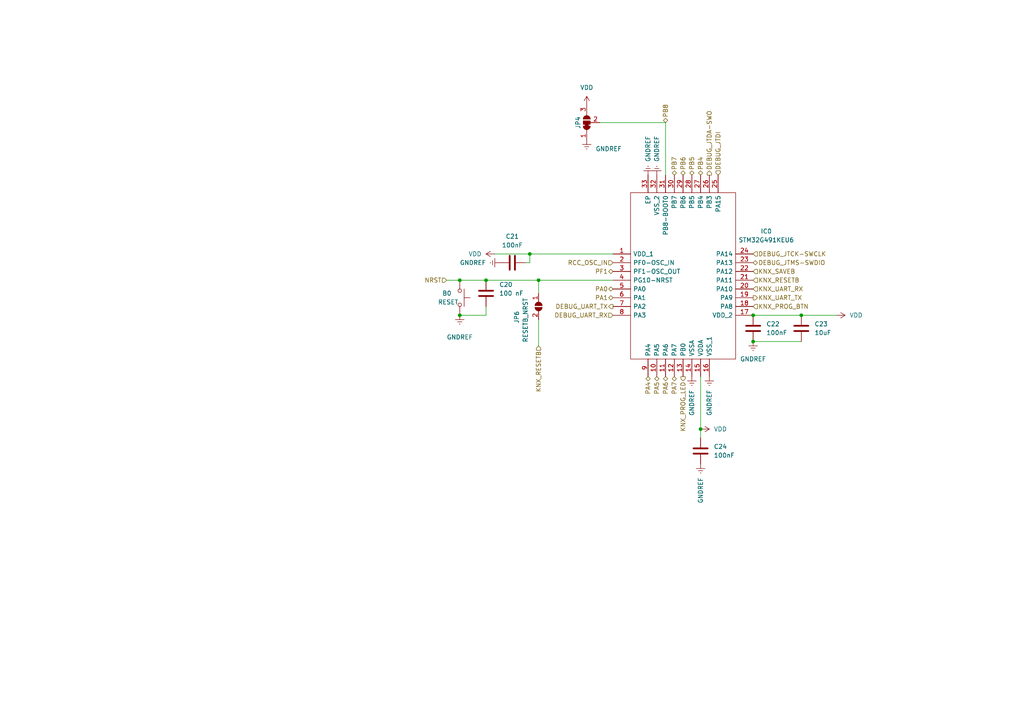
<source format=kicad_sch>
(kicad_sch (version 20211123) (generator eeschema)
  (paper "A4")
  (lib_symbols
    (symbol "Device:C" (pin_numbers hide) (pin_names (offset 0.254))
      (property "Reference" "C" (at 0.635 2.54 0))
      (property "Value" "C" (at 0.635 -2.54 0))
      (symbol "C_0_1"
        (polyline (pts (xy -2.032 -0.762) (xy 2.032 -0.762)) (stroke (width 0.508)))
        (polyline (pts (xy -2.032 0.762) (xy 2.032 0.762)) (stroke (width 0.508)))
      )
      (symbol "C_1_1"
        (pin passive line (at 0 3.81 270) (length 2.794) (name "~") (number "1"))
        (pin passive line (at 0 -3.81 90) (length 2.794) (name "~") (number "2"))
      )
    )
    (symbol "Jumper:SolderJumper_2_Open" (pin_names (offset 0) hide)
      (property "Reference" "JP" (at 0 2.032 0))
      (property "Value" "SolderJumper_2_Open" (at 0 -2.54 0))
      (symbol "SolderJumper_2_Open_0_1"
        (arc (start -0.254 1.016) (mid -1.27 0) (end -0.254 -1.016))
        (arc (start -0.254 1.016) (mid -1.27 0) (end -0.254 -1.016) (fill (type outline)))
        (polyline (pts (xy -0.254 1.016) (xy -0.254 -1.016)))
        (polyline (pts (xy 0.254 1.016) (xy 0.254 -1.016)))
        (arc (start 0.254 -1.016) (mid 1.27 0) (end 0.254 1.016))
        (arc (start 0.254 -1.016) (mid 1.27 0) (end 0.254 1.016) (fill (type outline)))
      )
      (symbol "SolderJumper_2_Open_1_1"
        (pin passive line (at -3.81 0 0) (length 2.54) (name "A") (number "1"))
        (pin passive line (at 3.81 0 180) (length 2.54) (name "B") (number "2"))
      )
    )
    (symbol "Jumper:SolderJumper_3_Bridged12" (pin_names (offset 0) hide)
      (property "Reference" "JP" (at -2.54 -2.54 0))
      (property "Value" "SolderJumper_3_Bridged12" (at 0 2.794 0))
      (symbol "SolderJumper_3_Bridged12_0_1"
        (rectangle (start -1.016 0.508) (end -0.508 -0.508) (fill (type outline)))
        (arc (start -1.016 1.016) (mid -2.032 0) (end -1.016 -1.016))
        (arc (start -1.016 1.016) (mid -2.032 0) (end -1.016 -1.016) (fill (type outline)))
        (rectangle (start -0.508 1.016) (end 0.508 -1.016) (fill (type outline)))
        (polyline (pts (xy -2.54 0) (xy -2.032 0)))
        (polyline (pts (xy -1.016 1.016) (xy -1.016 -1.016)))
        (polyline (pts (xy 0 -1.27) (xy 0 -1.016)))
        (polyline (pts (xy 1.016 1.016) (xy 1.016 -1.016)))
        (polyline (pts (xy 2.54 0) (xy 2.032 0)))
        (arc (start 1.016 -1.016) (mid 2.032 0) (end 1.016 1.016))
        (arc (start 1.016 -1.016) (mid 2.032 0) (end 1.016 1.016) (fill (type outline)))
      )
      (symbol "SolderJumper_3_Bridged12_1_1"
        (pin passive line (at -5.08 0 0) (length 2.54) (name "A") (number "1"))
        (pin passive line (at 0 -3.81 90) (length 2.54) (name "C") (number "2"))
        (pin passive line (at 5.08 0 180) (length 2.54) (name "B") (number "3"))
      )
    )
    (symbol "STM32G491KEU6:STM32G491KEU6" (pin_names (offset 0.762))
      (property "Reference" "IC" (at 36.83 22.86 0))
      (property "Value" "STM32G491KEU6" (at 36.83 20.32 0))
      (symbol "STM32G491KEU6_0_0"
        (pin passive line (at 0 0 0) (length 5.08) (name "VDD_1") (number "1"))
        (pin passive line (at 12.7 -35.56 90) (length 5.08) (name "PA5") (number "10"))
        (pin passive line (at 15.24 -35.56 90) (length 5.08) (name "PA6") (number "11"))
        (pin passive line (at 17.78 -35.56 90) (length 5.08) (name "PA7") (number "12"))
        (pin passive line (at 20.32 -35.56 90) (length 5.08) (name "PB0") (number "13"))
        (pin passive line (at 22.86 -35.56 90) (length 5.08) (name "VSSA") (number "14"))
        (pin passive line (at 25.4 -35.56 90) (length 5.08) (name "VDDA") (number "15"))
        (pin passive line (at 27.94 -35.56 90) (length 5.08) (name "VSS_1") (number "16"))
        (pin passive line (at 40.64 -17.78 180) (length 5.08) (name "VDD_2") (number "17"))
        (pin passive line (at 40.64 -15.24 180) (length 5.08) (name "PA8") (number "18"))
        (pin passive line (at 40.64 -12.7 180) (length 5.08) (name "PA9") (number "19"))
        (pin passive line (at 0 -2.54 0) (length 5.08) (name "PF0-OSC_IN") (number "2"))
        (pin passive line (at 40.64 -10.16 180) (length 5.08) (name "PA10") (number "20"))
        (pin passive line (at 40.64 -7.62 180) (length 5.08) (name "PA11") (number "21"))
        (pin passive line (at 40.64 -5.08 180) (length 5.08) (name "PA12") (number "22"))
        (pin passive line (at 40.64 -2.54 180) (length 5.08) (name "PA13") (number "23"))
        (pin passive line (at 40.64 0 180) (length 5.08) (name "PA14") (number "24"))
        (pin passive line (at 30.48 22.86 270) (length 5.08) (name "PA15") (number "25"))
        (pin passive line (at 27.94 22.86 270) (length 5.08) (name "PB3") (number "26"))
        (pin passive line (at 25.4 22.86 270) (length 5.08) (name "PB4") (number "27"))
        (pin passive line (at 22.86 22.86 270) (length 5.08) (name "PB5") (number "28"))
        (pin passive line (at 20.32 22.86 270) (length 5.08) (name "PB6") (number "29"))
        (pin passive line (at 0 -5.08 0) (length 5.08) (name "PF1-OSC_OUT") (number "3"))
        (pin passive line (at 17.78 22.86 270) (length 5.08) (name "PB7") (number "30"))
        (pin passive line (at 15.24 22.86 270) (length 5.08) (name "PB8-BOOT0") (number "31"))
        (pin passive line (at 12.7 22.86 270) (length 5.08) (name "VSS_2") (number "32"))
        (pin passive line (at 10.16 22.86 270) (length 5.08) (name "EP") (number "33"))
        (pin passive line (at 0 -7.62 0) (length 5.08) (name "PG10-NRST") (number "4"))
        (pin passive line (at 0 -10.16 0) (length 5.08) (name "PA0") (number "5"))
        (pin passive line (at 0 -12.7 0) (length 5.08) (name "PA1") (number "6"))
        (pin passive line (at 0 -15.24 0) (length 5.08) (name "PA2") (number "7"))
        (pin passive line (at 0 -17.78 0) (length 5.08) (name "PA3") (number "8"))
        (pin passive line (at 10.16 -35.56 90) (length 5.08) (name "PA4") (number "9"))
      )
      (symbol "STM32G491KEU6_0_1"
        (polyline (pts (xy 5.08 17.78) (xy 35.56 17.78) (xy 35.56 -30.48) (xy 5.08 -30.48) (xy 5.08 17.78)) (stroke (width 0.1524)))
      )
    )
    (symbol "Switch:SW_Push" (pin_numbers hide) (pin_names (offset 1.016) hide)
      (property "Reference" "SW" (at 1.27 2.54 0))
      (property "Value" "SW_Push" (at 0 -1.524 0))
      (symbol "SW_Push_0_1"
        (circle (center -2.032 0) (radius 0.508))
        (polyline (pts (xy 0 1.27) (xy 0 3.048)))
        (polyline (pts (xy 2.54 1.27) (xy -2.54 1.27)))
        (circle (center 2.032 0) (radius 0.508))
        (pin passive line (at -5.08 0 0) (length 2.54) (name "1") (number "1"))
        (pin passive line (at 5.08 0 180) (length 2.54) (name "2") (number "2"))
      )
    )
    (symbol "power:GNDREF" (power) (pin_names (offset 0))
      (property "Value" "GNDREF" (at 0 -3.81 0))
      (symbol "GNDREF_0_1"
        (polyline (pts (xy -0.635 -1.905) (xy 0.635 -1.905)))
        (polyline (pts (xy -0.127 -2.54) (xy 0.127 -2.54)))
        (polyline (pts (xy 0 -1.27) (xy 0 0)))
        (polyline (pts (xy 1.27 -1.27) (xy -1.27 -1.27)))
      )
      (symbol "GNDREF_1_1"
        (pin power_in line (at 0 0 270) (length 0) hide (name "GNDREF") (number "1"))
      )
    )
    (symbol "power:VDD" (power) (pin_names (offset 0))
      (property "Value" "VDD" (at 0 3.81 0))
      (symbol "VDD_0_1"
        (polyline (pts (xy -0.762 1.27) (xy 0 2.54)))
        (polyline (pts (xy 0 0) (xy 0 2.54)))
        (polyline (pts (xy 0 2.54) (xy 0.762 1.27)))
      )
      (symbol "VDD_1_1"
        (pin power_in line (at 0 0 90) (length 0) hide (name "VDD") (number "1"))
      )
    )
  )
  (junction (at 133.35 81.28))
  (junction (at 156.21 81.28))
  (junction (at 232.41 91.44))
  (junction (at 203.2 124.46))
  (junction (at 153.67 73.66))
  (junction (at 133.35 91.44))
  (junction (at 218.44 91.44))
  (junction (at 218.44 99.06))
  (junction (at 140.97 81.28))
  (wire (pts (xy 129.54 81.28) (xy 133.35 81.28)))
  (wire (pts (xy 133.35 81.28) (xy 140.97 81.28)))
  (wire (pts (xy 156.21 92.71) (xy 156.21 100.33)))
  (wire (pts (xy 218.44 91.44) (xy 232.41 91.44)))
  (wire (pts (xy 232.41 91.44) (xy 242.57 91.44)))
  (wire (pts (xy 153.67 73.66) (xy 177.8 73.66)))
  (wire (pts (xy 140.97 91.44) (xy 133.35 91.44)))
  (wire (pts (xy 173.99 35.56) (xy 193.04 35.56)))
  (wire (pts (xy 203.2 124.46) (xy 203.2 127)))
  (wire (pts (xy 140.97 88.9) (xy 140.97 91.44)))
  (wire (pts (xy 156.21 81.28) (xy 177.8 81.28)))
  (wire (pts (xy 203.2 109.22) (xy 203.2 124.46)))
  (wire (pts (xy 193.04 50.8) (xy 193.04 35.56)))
  (wire (pts (xy 143.51 73.66) (xy 153.67 73.66)))
  (wire (pts (xy 218.44 99.06) (xy 232.41 99.06)))
  (wire (pts (xy 156.21 81.28) (xy 156.21 85.09)))
  (wire (pts (xy 153.67 76.2) (xy 153.67 73.66)))
  (wire (pts (xy 152.4 76.2) (xy 153.67 76.2)))
  (wire (pts (xy 140.97 81.28) (xy 156.21 81.28)))
  (hierarchical_label "KNX_PROG_BTN" (shape input) (at 218.44 88.9 0))
  (hierarchical_label "PA7" (shape bidirectional) (at 195.58 109.22 270))
  (hierarchical_label "PB8" (shape bidirectional) (at 193.04 35.56 90))
  (hierarchical_label "KNX_SAVEB" (shape input) (at 218.44 78.74 0))
  (hierarchical_label "DEBUG_JTCK-SWCLK" (shape input) (at 218.44 73.66 0))
  (hierarchical_label "DEBUG_JTDI" (shape input) (at 208.28 50.8 90))
  (hierarchical_label "KNX_RESETB" (shape input) (at 218.44 81.28 0))
  (hierarchical_label "KNX_UART_RX" (shape input) (at 218.44 83.82 0))
  (hierarchical_label "RCC_OSC_IN" (shape input) (at 177.8 76.2 180))
  (hierarchical_label "PB6" (shape bidirectional) (at 198.12 50.8 90))
  (hierarchical_label "PA0" (shape bidirectional) (at 177.8 83.82 180))
  (hierarchical_label "DEBUG_JTDA-SWO" (shape output) (at 205.74 50.8 90))
  (hierarchical_label "KNX_UART_TX" (shape output) (at 218.44 86.36 0))
  (hierarchical_label "PA1" (shape bidirectional) (at 177.8 86.36 180))
  (hierarchical_label "PF1" (shape bidirectional) (at 177.8 78.74 180))
  (hierarchical_label "KNX_RESETB" (shape input) (at 156.21 100.33 270))
  (hierarchical_label "PA6" (shape bidirectional) (at 193.04 109.22 270))
  (hierarchical_label "DEBUG_UART_TX" (shape output) (at 177.8 88.9 180))
  (hierarchical_label "DEBUG_JTMS-SWDIO" (shape bidirectional) (at 218.44 76.2 0))
  (hierarchical_label "PB4" (shape bidirectional) (at 203.2 50.8 90))
  (hierarchical_label "PB5" (shape bidirectional) (at 200.66 50.8 90))
  (hierarchical_label "PA4" (shape bidirectional) (at 187.96 109.22 270))
  (hierarchical_label "PA5" (shape bidirectional) (at 190.5 109.22 270))
  (hierarchical_label "KNX_PROG_LED" (shape output) (at 198.12 109.22 270))
  (hierarchical_label "NRST" (shape input) (at 129.54 81.28 180))
  (hierarchical_label "PB7" (shape bidirectional) (at 195.58 50.8 90))
  (hierarchical_label "DEBUG_UART_RX" (shape input) (at 177.8 91.44 180))
  (symbol (lib_id "power:VDD") (at 203.2 124.46 270) (unit 1)
    (property "Reference" "#PWR0136" (effects hide))
    (property "Value" "VDD" (at 207.01 124.4599 90) (effects (justify left)))
  )
  (symbol (lib_id "Jumper:SolderJumper_3_Bridged12") (at 170.18 35.56 90) (unit 1)
    (property "Reference" "JP4" (at 167.64 35.56 0))
    (property "Value" "BootMode" (effects hide))
    (property "Footprint" "Jumper:SolderJumper-3_P1.3mm_Open_RoundedPad1.0x1.5mm" (effects hide))
  )
  (symbol (lib_id "power:GNDREF") (at 218.44 99.06 0) (unit 1)
    (property "Reference" "#PWR0114" (effects hide))
    (property "Value" "GNDREF" (at 218.44 104.14 0))
  )
  (symbol (lib_id "STM32G491KEU6:STM32G491KEU6") (at 177.8 73.66 0) (unit 1)
    (property "Reference" "IC0" (at 222.25 67.0812 0))
    (property "Value" "STM32G491KEU6" (at 222.25 69.6212 0))
    (property "Footprint" "KnxBoard:STM32G491KEU6" (effects hide))
    (property "Datasheet" "https://www.st.com/resource/en/datasheet/stm32g491ke.pdf" (effects hide))
    (property "Description" "MCU 32-bit ARM Cortex M4 RISC 512KB Flash 1.8V/2.5V/3.3V 32-Pin UFQFPN EP Tray" (effects hide))
    (property "Height" "0.6" (effects hide))
    (property "Mouser Part Number" "511-STM32G491KEU6" (effects hide))
    (property "Mouser Price/Stock" "https://www.mouser.co.uk/ProductDetail/STMicroelectronics/STM32G491KEU6?qs=eP2BKZSCXI6Ifx0U7HNJyA%3D%3D" (effects hide))
    (property "Manufacturer_Name" "STMicroelectronics" (effects hide))
    (property "Manufacturer_Part_Number" "STM32G491KEU6" (effects hide))
    (property "Datasheet" "https://www.st.com/resource/en/datasheet/stm32g491ke.pdf" (effects hide))
    (property "Footprint" "QFN50P500X500X60-33N-D" (effects hide))
    (property "Reference" "IC0" (effects hide))
    (property "Value" "STM32G491KEU6" (effects hide))
  )
  (symbol (lib_id "power:GNDREF") (at 205.74 109.22 0) (unit 1)
    (property "Reference" "#PWR0138" (effects hide))
    (property "Value" "GNDREF" (at 205.74 116.84 90))
  )
  (symbol (lib_id "Device:C") (at 140.97 85.09 0) (unit 1)
    (property "Reference" "C20" (at 144.78 82.55 0) (effects (justify left)))
    (property "Value" "100 nF" (at 144.78 85.09 0) (effects (justify left)))
    (property "Footprint" "Capacitor_SMD:C_0603_1608Metric_Pad1.08x0.95mm_HandSolder" (effects hide))
  )
  (symbol (lib_id "power:VDD") (at 143.51 73.66 90) (unit 1)
    (property "Reference" "#PWR0108" (effects hide))
    (property "Value" "VDD" (at 139.7 73.6601 90) (effects (justify left)))
  )
  (symbol (lib_id "power:GNDREF") (at 133.35 91.44 0) (unit 1)
    (property "Reference" "#PWR0113" (effects hide))
    (property "Value" "GNDREF" (at 129.54 97.79 0) (effects (justify left)))
  )
  (symbol (lib_id "Device:C") (at 203.2 130.81 0) (unit 1)
    (property "Reference" "C24" (at 207.01 129.5399 0) (effects (justify left)))
    (property "Value" "100nF" (at 207.01 132.0799 0) (effects (justify left)))
    (property "Footprint" "Capacitor_SMD:C_0603_1608Metric_Pad1.08x0.95mm_HandSolder" (effects hide))
  )
  (symbol (lib_id "power:GNDREF") (at 190.5 50.8 180) (unit 1)
    (property "Reference" "#PWR0130" (effects hide))
    (property "Value" "GNDREF" (at 190.5 43.18 90))
  )
  (symbol (lib_id "power:GNDREF") (at 170.18 40.64 0) (unit 1)
    (property "Reference" "#PWR0134" (effects hide))
    (property "Value" "GNDREF" (at 176.53 43.18 0))
  )
  (symbol (lib_id "Jumper:SolderJumper_2_Open") (at 156.21 88.9 270) (unit 1)
    (property "Reference" "JP6" (at 149.86 90.17 0) (effects (justify left)))
    (property "Value" "RESETB_NRST" (at 152.4 86.36 0) (effects (justify left)))
    (property "Footprint" "Jumper:SolderJumper-2_P1.3mm_Open_TrianglePad1.0x1.5mm" (effects hide))
  )
  (symbol (lib_id "power:GNDREF") (at 200.66 109.22 0) (unit 1)
    (property "Reference" "#PWR0110" (effects hide))
    (property "Value" "GNDREF" (at 200.66 116.84 90))
  )
  (symbol (lib_id "power:GNDREF") (at 187.96 50.8 180) (unit 1)
    (property "Reference" "#PWR0115" (effects hide))
    (property "Value" "GNDREF" (at 187.96 43.18 90))
  )
  (symbol (lib_id "Switch:SW_Push") (at 133.35 86.36 270) (unit 1)
    (property "Reference" "B0" (at 128.27 85.09 90) (effects (justify left)))
    (property "Value" "RESET" (at 127 87.63 90) (effects (justify left)))
    (property "Footprint" "Button_Switch_SMD:SW_SPST_SKQG_WithStem" (effects hide))
    (property "Datasheet" "http://www.apem.com/int/index.php?controller=attachment&id_attachment=1371" (effects hide))
  )
  (symbol (lib_id "Device:C") (at 148.59 76.2 90) (unit 1)
    (property "Reference" "C21" (at 148.59 68.58 90))
    (property "Value" "100nF" (at 148.59 71.12 90))
    (property "Footprint" "Capacitor_SMD:C_0603_1608Metric_Pad1.08x0.95mm_HandSolder" (effects hide))
  )
  (symbol (lib_id "power:GNDREF") (at 203.2 134.62 0) (unit 1)
    (property "Reference" "#PWR0137" (effects hide))
    (property "Value" "GNDREF" (at 203.2 142.24 90))
  )
  (symbol (lib_id "Device:C") (at 232.41 95.25 0) (unit 1)
    (property "Reference" "C23" (at 236.22 93.9799 0) (effects (justify left)))
    (property "Value" "10uF" (at 236.22 96.5199 0) (effects (justify left)))
    (property "Footprint" "Capacitor_SMD:C_0603_1608Metric_Pad1.08x0.95mm_HandSolder" (effects hide))
  )
  (symbol (lib_id "Device:C") (at 218.44 95.25 0) (unit 1)
    (property "Reference" "C22" (at 222.25 93.9799 0) (effects (justify left)))
    (property "Value" "100nF" (at 222.25 96.5199 0) (effects (justify left)))
    (property "Footprint" "Capacitor_SMD:C_0603_1608Metric_Pad1.08x0.95mm_HandSolder" (effects hide))
  )
  (symbol (lib_id "power:VDD") (at 242.57 91.44 270) (unit 1)
    (property "Reference" "#PWR0112" (effects hide))
    (property "Value" "VDD" (at 246.38 91.4399 90) (effects (justify left)))
  )
  (symbol (lib_id "power:VDD") (at 170.18 30.48 0) (unit 1)
    (property "Reference" "#PWR0135" (effects hide))
    (property "Value" "VDD" (at 170.18 25.4 0))
  )
  (symbol (lib_id "power:GNDREF") (at 144.78 76.2 270) (unit 1)
    (property "Reference" "#PWR0111" (effects hide))
    (property "Value" "GNDREF" (at 133.35 76.2 90) (effects (justify left)))
  )
)
</source>
